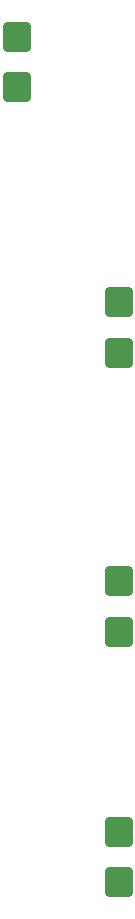
<source format=gtp>
G04 #@! TF.GenerationSoftware,KiCad,Pcbnew,7.0.2*
G04 #@! TF.CreationDate,2023-09-28T14:58:46+02:00*
G04 #@! TF.ProjectId,Module_1,4d6f6475-6c65-45f3-912e-6b696361645f,rev?*
G04 #@! TF.SameCoordinates,Original*
G04 #@! TF.FileFunction,Paste,Top*
G04 #@! TF.FilePolarity,Positive*
%FSLAX46Y46*%
G04 Gerber Fmt 4.6, Leading zero omitted, Abs format (unit mm)*
G04 Created by KiCad (PCBNEW 7.0.2) date 2023-09-28 14:58:46*
%MOMM*%
%LPD*%
G01*
G04 APERTURE LIST*
G04 Aperture macros list*
%AMRoundRect*
0 Rectangle with rounded corners*
0 $1 Rounding radius*
0 $2 $3 $4 $5 $6 $7 $8 $9 X,Y pos of 4 corners*
0 Add a 4 corners polygon primitive as box body*
4,1,4,$2,$3,$4,$5,$6,$7,$8,$9,$2,$3,0*
0 Add four circle primitives for the rounded corners*
1,1,$1+$1,$2,$3*
1,1,$1+$1,$4,$5*
1,1,$1+$1,$6,$7*
1,1,$1+$1,$8,$9*
0 Add four rect primitives between the rounded corners*
20,1,$1+$1,$2,$3,$4,$5,0*
20,1,$1+$1,$4,$5,$6,$7,0*
20,1,$1+$1,$6,$7,$8,$9,0*
20,1,$1+$1,$8,$9,$2,$3,0*%
G04 Aperture macros list end*
%ADD10RoundRect,0.250000X-0.900000X1.000000X-0.900000X-1.000000X0.900000X-1.000000X0.900000X1.000000X0*%
G04 APERTURE END LIST*
D10*
X164338000Y-72018000D03*
X164338000Y-76318000D03*
X164338000Y-116858000D03*
X164338000Y-121158000D03*
X164338000Y-95640000D03*
X164338000Y-99940000D03*
X155702000Y-49548000D03*
X155702000Y-53848000D03*
M02*

</source>
